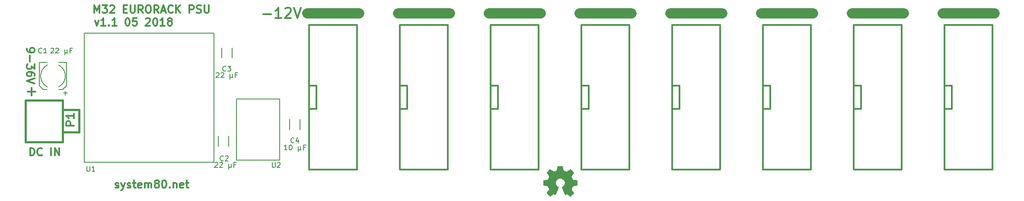
<source format=gto>
G04 #@! TF.FileFunction,Legend,Top*
%FSLAX46Y46*%
G04 Gerber Fmt 4.6, Leading zero omitted, Abs format (unit mm)*
G04 Created by KiCad (PCBNEW 4.0.2-stable) date 2018-05-22 5:26:57 PM*
%MOMM*%
G01*
G04 APERTURE LIST*
%ADD10C,0.200000*%
%ADD11C,0.300000*%
%ADD12C,2.000000*%
%ADD13C,0.150000*%
%ADD14C,0.304800*%
%ADD15C,0.299720*%
%ADD16C,0.381000*%
%ADD17C,0.010000*%
%ADD18C,3.402000*%
%ADD19R,1.700000X3.100000*%
%ADD20R,1.700000X1.100000*%
%ADD21C,2.640000*%
%ADD22C,1.500000*%
%ADD23O,2.100000X1.600000*%
%ADD24R,2.100000X1.600000*%
%ADD25O,3.600000X2.600000*%
%ADD26R,3.600000X2.600000*%
G04 APERTURE END LIST*
D10*
D11*
X39071429Y-86964286D02*
X39071429Y-87250001D01*
X39142857Y-87392858D01*
X39214286Y-87464286D01*
X39428571Y-87607144D01*
X39714286Y-87678572D01*
X40285714Y-87678572D01*
X40428571Y-87607144D01*
X40500000Y-87535715D01*
X40571429Y-87392858D01*
X40571429Y-87107144D01*
X40500000Y-86964286D01*
X40428571Y-86892858D01*
X40285714Y-86821429D01*
X39928571Y-86821429D01*
X39785714Y-86892858D01*
X39714286Y-86964286D01*
X39642857Y-87107144D01*
X39642857Y-87392858D01*
X39714286Y-87535715D01*
X39785714Y-87607144D01*
X39928571Y-87678572D01*
X39642857Y-88321429D02*
X39642857Y-89464286D01*
X40571429Y-90035715D02*
X40571429Y-90964286D01*
X40000000Y-90464286D01*
X40000000Y-90678572D01*
X39928571Y-90821429D01*
X39857143Y-90892858D01*
X39714286Y-90964286D01*
X39357143Y-90964286D01*
X39214286Y-90892858D01*
X39142857Y-90821429D01*
X39071429Y-90678572D01*
X39071429Y-90250000D01*
X39142857Y-90107143D01*
X39214286Y-90035715D01*
X40571429Y-92250000D02*
X40571429Y-91964286D01*
X40500000Y-91821429D01*
X40428571Y-91750000D01*
X40214286Y-91607143D01*
X39928571Y-91535714D01*
X39357143Y-91535714D01*
X39214286Y-91607143D01*
X39142857Y-91678571D01*
X39071429Y-91821429D01*
X39071429Y-92107143D01*
X39142857Y-92250000D01*
X39214286Y-92321429D01*
X39357143Y-92392857D01*
X39714286Y-92392857D01*
X39857143Y-92321429D01*
X39928571Y-92250000D01*
X40000000Y-92107143D01*
X40000000Y-91821429D01*
X39928571Y-91678571D01*
X39857143Y-91607143D01*
X39714286Y-91535714D01*
X40571429Y-92821428D02*
X39071429Y-93321428D01*
X40571429Y-93821428D01*
X52285715Y-79928571D02*
X52285715Y-78428571D01*
X52785715Y-79500000D01*
X53285715Y-78428571D01*
X53285715Y-79928571D01*
X53857144Y-78428571D02*
X54785715Y-78428571D01*
X54285715Y-79000000D01*
X54500001Y-79000000D01*
X54642858Y-79071429D01*
X54714287Y-79142857D01*
X54785715Y-79285714D01*
X54785715Y-79642857D01*
X54714287Y-79785714D01*
X54642858Y-79857143D01*
X54500001Y-79928571D01*
X54071429Y-79928571D01*
X53928572Y-79857143D01*
X53857144Y-79785714D01*
X55357143Y-78571429D02*
X55428572Y-78500000D01*
X55571429Y-78428571D01*
X55928572Y-78428571D01*
X56071429Y-78500000D01*
X56142858Y-78571429D01*
X56214286Y-78714286D01*
X56214286Y-78857143D01*
X56142858Y-79071429D01*
X55285715Y-79928571D01*
X56214286Y-79928571D01*
X58000000Y-79142857D02*
X58500000Y-79142857D01*
X58714286Y-79928571D02*
X58000000Y-79928571D01*
X58000000Y-78428571D01*
X58714286Y-78428571D01*
X59357143Y-78428571D02*
X59357143Y-79642857D01*
X59428571Y-79785714D01*
X59500000Y-79857143D01*
X59642857Y-79928571D01*
X59928571Y-79928571D01*
X60071429Y-79857143D01*
X60142857Y-79785714D01*
X60214286Y-79642857D01*
X60214286Y-78428571D01*
X61785715Y-79928571D02*
X61285715Y-79214286D01*
X60928572Y-79928571D02*
X60928572Y-78428571D01*
X61500000Y-78428571D01*
X61642858Y-78500000D01*
X61714286Y-78571429D01*
X61785715Y-78714286D01*
X61785715Y-78928571D01*
X61714286Y-79071429D01*
X61642858Y-79142857D01*
X61500000Y-79214286D01*
X60928572Y-79214286D01*
X62714286Y-78428571D02*
X63000000Y-78428571D01*
X63142858Y-78500000D01*
X63285715Y-78642857D01*
X63357143Y-78928571D01*
X63357143Y-79428571D01*
X63285715Y-79714286D01*
X63142858Y-79857143D01*
X63000000Y-79928571D01*
X62714286Y-79928571D01*
X62571429Y-79857143D01*
X62428572Y-79714286D01*
X62357143Y-79428571D01*
X62357143Y-78928571D01*
X62428572Y-78642857D01*
X62571429Y-78500000D01*
X62714286Y-78428571D01*
X64857144Y-79928571D02*
X64357144Y-79214286D01*
X64000001Y-79928571D02*
X64000001Y-78428571D01*
X64571429Y-78428571D01*
X64714287Y-78500000D01*
X64785715Y-78571429D01*
X64857144Y-78714286D01*
X64857144Y-78928571D01*
X64785715Y-79071429D01*
X64714287Y-79142857D01*
X64571429Y-79214286D01*
X64000001Y-79214286D01*
X65428572Y-79500000D02*
X66142858Y-79500000D01*
X65285715Y-79928571D02*
X65785715Y-78428571D01*
X66285715Y-79928571D01*
X67642858Y-79785714D02*
X67571429Y-79857143D01*
X67357143Y-79928571D01*
X67214286Y-79928571D01*
X67000001Y-79857143D01*
X66857143Y-79714286D01*
X66785715Y-79571429D01*
X66714286Y-79285714D01*
X66714286Y-79071429D01*
X66785715Y-78785714D01*
X66857143Y-78642857D01*
X67000001Y-78500000D01*
X67214286Y-78428571D01*
X67357143Y-78428571D01*
X67571429Y-78500000D01*
X67642858Y-78571429D01*
X68285715Y-79928571D02*
X68285715Y-78428571D01*
X69142858Y-79928571D02*
X68500001Y-79071429D01*
X69142858Y-78428571D02*
X68285715Y-79285714D01*
X70928572Y-79928571D02*
X70928572Y-78428571D01*
X71500000Y-78428571D01*
X71642858Y-78500000D01*
X71714286Y-78571429D01*
X71785715Y-78714286D01*
X71785715Y-78928571D01*
X71714286Y-79071429D01*
X71642858Y-79142857D01*
X71500000Y-79214286D01*
X70928572Y-79214286D01*
X72357143Y-79857143D02*
X72571429Y-79928571D01*
X72928572Y-79928571D01*
X73071429Y-79857143D01*
X73142858Y-79785714D01*
X73214286Y-79642857D01*
X73214286Y-79500000D01*
X73142858Y-79357143D01*
X73071429Y-79285714D01*
X72928572Y-79214286D01*
X72642858Y-79142857D01*
X72500000Y-79071429D01*
X72428572Y-79000000D01*
X72357143Y-78857143D01*
X72357143Y-78714286D01*
X72428572Y-78571429D01*
X72500000Y-78500000D01*
X72642858Y-78428571D01*
X73000000Y-78428571D01*
X73214286Y-78500000D01*
X73857143Y-78428571D02*
X73857143Y-79642857D01*
X73928571Y-79785714D01*
X74000000Y-79857143D01*
X74142857Y-79928571D01*
X74428571Y-79928571D01*
X74571429Y-79857143D01*
X74642857Y-79785714D01*
X74714286Y-79642857D01*
X74714286Y-78428571D01*
X52428574Y-81428571D02*
X52785717Y-82428571D01*
X53142859Y-81428571D01*
X54500002Y-82428571D02*
X53642859Y-82428571D01*
X54071431Y-82428571D02*
X54071431Y-80928571D01*
X53928574Y-81142857D01*
X53785716Y-81285714D01*
X53642859Y-81357143D01*
X55142859Y-82285714D02*
X55214287Y-82357143D01*
X55142859Y-82428571D01*
X55071430Y-82357143D01*
X55142859Y-82285714D01*
X55142859Y-82428571D01*
X56642859Y-82428571D02*
X55785716Y-82428571D01*
X56214288Y-82428571D02*
X56214288Y-80928571D01*
X56071431Y-81142857D01*
X55928573Y-81285714D01*
X55785716Y-81357143D01*
X58714287Y-80928571D02*
X58857144Y-80928571D01*
X59000001Y-81000000D01*
X59071430Y-81071429D01*
X59142859Y-81214286D01*
X59214287Y-81500000D01*
X59214287Y-81857143D01*
X59142859Y-82142857D01*
X59071430Y-82285714D01*
X59000001Y-82357143D01*
X58857144Y-82428571D01*
X58714287Y-82428571D01*
X58571430Y-82357143D01*
X58500001Y-82285714D01*
X58428573Y-82142857D01*
X58357144Y-81857143D01*
X58357144Y-81500000D01*
X58428573Y-81214286D01*
X58500001Y-81071429D01*
X58571430Y-81000000D01*
X58714287Y-80928571D01*
X60571430Y-80928571D02*
X59857144Y-80928571D01*
X59785715Y-81642857D01*
X59857144Y-81571429D01*
X60000001Y-81500000D01*
X60357144Y-81500000D01*
X60500001Y-81571429D01*
X60571430Y-81642857D01*
X60642858Y-81785714D01*
X60642858Y-82142857D01*
X60571430Y-82285714D01*
X60500001Y-82357143D01*
X60357144Y-82428571D01*
X60000001Y-82428571D01*
X59857144Y-82357143D01*
X59785715Y-82285714D01*
X62357143Y-81071429D02*
X62428572Y-81000000D01*
X62571429Y-80928571D01*
X62928572Y-80928571D01*
X63071429Y-81000000D01*
X63142858Y-81071429D01*
X63214286Y-81214286D01*
X63214286Y-81357143D01*
X63142858Y-81571429D01*
X62285715Y-82428571D01*
X63214286Y-82428571D01*
X64142857Y-80928571D02*
X64285714Y-80928571D01*
X64428571Y-81000000D01*
X64500000Y-81071429D01*
X64571429Y-81214286D01*
X64642857Y-81500000D01*
X64642857Y-81857143D01*
X64571429Y-82142857D01*
X64500000Y-82285714D01*
X64428571Y-82357143D01*
X64285714Y-82428571D01*
X64142857Y-82428571D01*
X64000000Y-82357143D01*
X63928571Y-82285714D01*
X63857143Y-82142857D01*
X63785714Y-81857143D01*
X63785714Y-81500000D01*
X63857143Y-81214286D01*
X63928571Y-81071429D01*
X64000000Y-81000000D01*
X64142857Y-80928571D01*
X66071428Y-82428571D02*
X65214285Y-82428571D01*
X65642857Y-82428571D02*
X65642857Y-80928571D01*
X65500000Y-81142857D01*
X65357142Y-81285714D01*
X65214285Y-81357143D01*
X66928571Y-81571429D02*
X66785713Y-81500000D01*
X66714285Y-81428571D01*
X66642856Y-81285714D01*
X66642856Y-81214286D01*
X66714285Y-81071429D01*
X66785713Y-81000000D01*
X66928571Y-80928571D01*
X67214285Y-80928571D01*
X67357142Y-81000000D01*
X67428571Y-81071429D01*
X67499999Y-81214286D01*
X67499999Y-81285714D01*
X67428571Y-81428571D01*
X67357142Y-81500000D01*
X67214285Y-81571429D01*
X66928571Y-81571429D01*
X66785713Y-81642857D01*
X66714285Y-81714286D01*
X66642856Y-81857143D01*
X66642856Y-82142857D01*
X66714285Y-82285714D01*
X66785713Y-82357143D01*
X66928571Y-82428571D01*
X67214285Y-82428571D01*
X67357142Y-82357143D01*
X67428571Y-82285714D01*
X67499999Y-82142857D01*
X67499999Y-81857143D01*
X67428571Y-81714286D01*
X67357142Y-81642857D01*
X67214285Y-81571429D01*
X56392857Y-114272143D02*
X56535714Y-114343571D01*
X56821429Y-114343571D01*
X56964286Y-114272143D01*
X57035714Y-114129286D01*
X57035714Y-114057857D01*
X56964286Y-113915000D01*
X56821429Y-113843571D01*
X56607143Y-113843571D01*
X56464286Y-113772143D01*
X56392857Y-113629286D01*
X56392857Y-113557857D01*
X56464286Y-113415000D01*
X56607143Y-113343571D01*
X56821429Y-113343571D01*
X56964286Y-113415000D01*
X57535715Y-113343571D02*
X57892858Y-114343571D01*
X58250000Y-113343571D02*
X57892858Y-114343571D01*
X57750000Y-114700714D01*
X57678572Y-114772143D01*
X57535715Y-114843571D01*
X58750000Y-114272143D02*
X58892857Y-114343571D01*
X59178572Y-114343571D01*
X59321429Y-114272143D01*
X59392857Y-114129286D01*
X59392857Y-114057857D01*
X59321429Y-113915000D01*
X59178572Y-113843571D01*
X58964286Y-113843571D01*
X58821429Y-113772143D01*
X58750000Y-113629286D01*
X58750000Y-113557857D01*
X58821429Y-113415000D01*
X58964286Y-113343571D01*
X59178572Y-113343571D01*
X59321429Y-113415000D01*
X59821429Y-113343571D02*
X60392858Y-113343571D01*
X60035715Y-112843571D02*
X60035715Y-114129286D01*
X60107143Y-114272143D01*
X60250001Y-114343571D01*
X60392858Y-114343571D01*
X61464286Y-114272143D02*
X61321429Y-114343571D01*
X61035715Y-114343571D01*
X60892858Y-114272143D01*
X60821429Y-114129286D01*
X60821429Y-113557857D01*
X60892858Y-113415000D01*
X61035715Y-113343571D01*
X61321429Y-113343571D01*
X61464286Y-113415000D01*
X61535715Y-113557857D01*
X61535715Y-113700714D01*
X60821429Y-113843571D01*
X62178572Y-114343571D02*
X62178572Y-113343571D01*
X62178572Y-113486429D02*
X62250000Y-113415000D01*
X62392858Y-113343571D01*
X62607143Y-113343571D01*
X62750000Y-113415000D01*
X62821429Y-113557857D01*
X62821429Y-114343571D01*
X62821429Y-113557857D02*
X62892858Y-113415000D01*
X63035715Y-113343571D01*
X63250000Y-113343571D01*
X63392858Y-113415000D01*
X63464286Y-113557857D01*
X63464286Y-114343571D01*
X64392858Y-113486429D02*
X64250000Y-113415000D01*
X64178572Y-113343571D01*
X64107143Y-113200714D01*
X64107143Y-113129286D01*
X64178572Y-112986429D01*
X64250000Y-112915000D01*
X64392858Y-112843571D01*
X64678572Y-112843571D01*
X64821429Y-112915000D01*
X64892858Y-112986429D01*
X64964286Y-113129286D01*
X64964286Y-113200714D01*
X64892858Y-113343571D01*
X64821429Y-113415000D01*
X64678572Y-113486429D01*
X64392858Y-113486429D01*
X64250000Y-113557857D01*
X64178572Y-113629286D01*
X64107143Y-113772143D01*
X64107143Y-114057857D01*
X64178572Y-114200714D01*
X64250000Y-114272143D01*
X64392858Y-114343571D01*
X64678572Y-114343571D01*
X64821429Y-114272143D01*
X64892858Y-114200714D01*
X64964286Y-114057857D01*
X64964286Y-113772143D01*
X64892858Y-113629286D01*
X64821429Y-113557857D01*
X64678572Y-113486429D01*
X65892857Y-112843571D02*
X66035714Y-112843571D01*
X66178571Y-112915000D01*
X66250000Y-112986429D01*
X66321429Y-113129286D01*
X66392857Y-113415000D01*
X66392857Y-113772143D01*
X66321429Y-114057857D01*
X66250000Y-114200714D01*
X66178571Y-114272143D01*
X66035714Y-114343571D01*
X65892857Y-114343571D01*
X65750000Y-114272143D01*
X65678571Y-114200714D01*
X65607143Y-114057857D01*
X65535714Y-113772143D01*
X65535714Y-113415000D01*
X65607143Y-113129286D01*
X65678571Y-112986429D01*
X65750000Y-112915000D01*
X65892857Y-112843571D01*
X67035714Y-114200714D02*
X67107142Y-114272143D01*
X67035714Y-114343571D01*
X66964285Y-114272143D01*
X67035714Y-114200714D01*
X67035714Y-114343571D01*
X67750000Y-113343571D02*
X67750000Y-114343571D01*
X67750000Y-113486429D02*
X67821428Y-113415000D01*
X67964286Y-113343571D01*
X68178571Y-113343571D01*
X68321428Y-113415000D01*
X68392857Y-113557857D01*
X68392857Y-114343571D01*
X69678571Y-114272143D02*
X69535714Y-114343571D01*
X69250000Y-114343571D01*
X69107143Y-114272143D01*
X69035714Y-114129286D01*
X69035714Y-113557857D01*
X69107143Y-113415000D01*
X69250000Y-113343571D01*
X69535714Y-113343571D01*
X69678571Y-113415000D01*
X69750000Y-113557857D01*
X69750000Y-113700714D01*
X69035714Y-113843571D01*
X70178571Y-113343571D02*
X70750000Y-113343571D01*
X70392857Y-112843571D02*
X70392857Y-114129286D01*
X70464285Y-114272143D01*
X70607143Y-114343571D01*
X70750000Y-114343571D01*
X39687857Y-107993571D02*
X39687857Y-106493571D01*
X40045000Y-106493571D01*
X40259285Y-106565000D01*
X40402143Y-106707857D01*
X40473571Y-106850714D01*
X40545000Y-107136429D01*
X40545000Y-107350714D01*
X40473571Y-107636429D01*
X40402143Y-107779286D01*
X40259285Y-107922143D01*
X40045000Y-107993571D01*
X39687857Y-107993571D01*
X42045000Y-107850714D02*
X41973571Y-107922143D01*
X41759285Y-107993571D01*
X41616428Y-107993571D01*
X41402143Y-107922143D01*
X41259285Y-107779286D01*
X41187857Y-107636429D01*
X41116428Y-107350714D01*
X41116428Y-107136429D01*
X41187857Y-106850714D01*
X41259285Y-106707857D01*
X41402143Y-106565000D01*
X41616428Y-106493571D01*
X41759285Y-106493571D01*
X41973571Y-106565000D01*
X42045000Y-106636429D01*
X43830714Y-107993571D02*
X43830714Y-106493571D01*
X44545000Y-107993571D02*
X44545000Y-106493571D01*
X45402143Y-107993571D01*
X45402143Y-106493571D01*
X39243095Y-95392857D02*
X40766905Y-95392857D01*
X40005000Y-96154762D02*
X40005000Y-94630952D01*
X85376190Y-80152857D02*
X86900000Y-80152857D01*
X88900000Y-80914762D02*
X87757142Y-80914762D01*
X88328571Y-80914762D02*
X88328571Y-78914762D01*
X88138095Y-79200476D01*
X87947619Y-79390952D01*
X87757142Y-79486190D01*
X89661904Y-79105238D02*
X89757142Y-79010000D01*
X89947619Y-78914762D01*
X90423809Y-78914762D01*
X90614285Y-79010000D01*
X90709523Y-79105238D01*
X90804762Y-79295714D01*
X90804762Y-79486190D01*
X90709523Y-79771905D01*
X89566666Y-80914762D01*
X90804762Y-80914762D01*
X91376190Y-78914762D02*
X92042857Y-80914762D01*
X92709524Y-78914762D01*
D12*
X218440000Y-80010000D02*
X228600000Y-80010000D01*
X200660000Y-80010000D02*
X210820000Y-80010000D01*
X182880000Y-80010000D02*
X193040000Y-80010000D01*
X165100000Y-80010000D02*
X175260000Y-80010000D01*
X147320000Y-80010000D02*
X157480000Y-80010000D01*
X129540000Y-80010000D02*
X139700000Y-80010000D01*
X111760000Y-80010000D02*
X121920000Y-80010000D01*
X93980000Y-80010000D02*
X104140000Y-80010000D01*
D13*
X45288567Y-94475113D02*
G75*
G03X45288200Y-90182700I-1092567J2146113D01*
G01*
X43052348Y-90183047D02*
G75*
G03X43053000Y-94475300I1143652J-2145953D01*
G01*
X41503600Y-89662000D02*
X43053000Y-89662000D01*
X46837600Y-89662000D02*
X45288200Y-89662000D01*
X46075600Y-94996000D02*
X45288200Y-94996000D01*
X42265600Y-94996000D02*
X43053000Y-94996000D01*
X41503600Y-89662000D02*
X41503600Y-94234000D01*
X41503600Y-94234000D02*
X42265600Y-94996000D01*
X46075600Y-94996000D02*
X46837600Y-94234000D01*
X46837600Y-94234000D02*
X46837600Y-89662000D01*
X76572000Y-104156000D02*
X76572000Y-106156000D01*
X78622000Y-106156000D02*
X78622000Y-104156000D01*
X77207000Y-86757000D02*
X77207000Y-88757000D01*
X79257000Y-88757000D02*
X79257000Y-86757000D01*
X92592000Y-102854000D02*
X92592000Y-100854000D01*
X90542000Y-100854000D02*
X90542000Y-102854000D01*
X50292000Y-83947000D02*
X75692000Y-83947000D01*
X75692000Y-83947000D02*
X75692000Y-109347000D01*
X75692000Y-109347000D02*
X50292000Y-109347000D01*
X50292000Y-109347000D02*
X50292000Y-83947000D01*
X88614000Y-102870000D02*
X88614000Y-108870000D01*
X88614000Y-108870000D02*
X80114000Y-108870000D01*
X80114000Y-108870000D02*
X80114000Y-96870000D01*
X80114000Y-96870000D02*
X88614000Y-96870000D01*
X88614000Y-96870000D02*
X88614000Y-102870000D01*
D14*
X129920000Y-82320000D02*
X129920000Y-110720000D01*
X139320000Y-110720000D02*
X139320000Y-82320000D01*
X139320000Y-82320000D02*
X129920000Y-82320000D01*
X139320000Y-110720000D02*
X129920000Y-110720000D01*
D15*
X129920000Y-98820000D02*
X131320000Y-98820000D01*
X131320000Y-98820000D02*
X131320000Y-94220000D01*
X131320000Y-94220000D02*
X129920000Y-94220000D01*
D14*
X112140000Y-82320000D02*
X112140000Y-110720000D01*
X121540000Y-110720000D02*
X121540000Y-82320000D01*
X121540000Y-82320000D02*
X112140000Y-82320000D01*
X121540000Y-110720000D02*
X112140000Y-110720000D01*
D15*
X112140000Y-98820000D02*
X113540000Y-98820000D01*
X113540000Y-98820000D02*
X113540000Y-94220000D01*
X113540000Y-94220000D02*
X112140000Y-94220000D01*
D14*
X147700000Y-82320000D02*
X147700000Y-110720000D01*
X157100000Y-110720000D02*
X157100000Y-82320000D01*
X157100000Y-82320000D02*
X147700000Y-82320000D01*
X157100000Y-110720000D02*
X147700000Y-110720000D01*
D15*
X147700000Y-98820000D02*
X149100000Y-98820000D01*
X149100000Y-98820000D02*
X149100000Y-94220000D01*
X149100000Y-94220000D02*
X147700000Y-94220000D01*
D14*
X165480000Y-82320000D02*
X165480000Y-110720000D01*
X174880000Y-110720000D02*
X174880000Y-82320000D01*
X174880000Y-82320000D02*
X165480000Y-82320000D01*
X174880000Y-110720000D02*
X165480000Y-110720000D01*
D15*
X165480000Y-98820000D02*
X166880000Y-98820000D01*
X166880000Y-98820000D02*
X166880000Y-94220000D01*
X166880000Y-94220000D02*
X165480000Y-94220000D01*
D14*
X183260000Y-82320000D02*
X183260000Y-110720000D01*
X192660000Y-110720000D02*
X192660000Y-82320000D01*
X192660000Y-82320000D02*
X183260000Y-82320000D01*
X192660000Y-110720000D02*
X183260000Y-110720000D01*
D15*
X183260000Y-98820000D02*
X184660000Y-98820000D01*
X184660000Y-98820000D02*
X184660000Y-94220000D01*
X184660000Y-94220000D02*
X183260000Y-94220000D01*
D14*
X218820000Y-82320000D02*
X218820000Y-110720000D01*
X228220000Y-110720000D02*
X228220000Y-82320000D01*
X228220000Y-82320000D02*
X218820000Y-82320000D01*
X228220000Y-110720000D02*
X218820000Y-110720000D01*
D15*
X218820000Y-98820000D02*
X220220000Y-98820000D01*
X220220000Y-98820000D02*
X220220000Y-94220000D01*
X220220000Y-94220000D02*
X218820000Y-94220000D01*
D14*
X201040000Y-82320000D02*
X201040000Y-110720000D01*
X210440000Y-110720000D02*
X210440000Y-82320000D01*
X210440000Y-82320000D02*
X201040000Y-82320000D01*
X210440000Y-110720000D02*
X201040000Y-110720000D01*
D15*
X201040000Y-98820000D02*
X202440000Y-98820000D01*
X202440000Y-98820000D02*
X202440000Y-94220000D01*
X202440000Y-94220000D02*
X201040000Y-94220000D01*
D14*
X94360000Y-82320000D02*
X94360000Y-110720000D01*
X103760000Y-110720000D02*
X103760000Y-82320000D01*
X103760000Y-82320000D02*
X94360000Y-82320000D01*
X103760000Y-110720000D02*
X94360000Y-110720000D01*
D15*
X94360000Y-98820000D02*
X95760000Y-98820000D01*
X95760000Y-98820000D02*
X95760000Y-94220000D01*
X95760000Y-94220000D02*
X94360000Y-94220000D01*
D16*
X46069000Y-99019000D02*
X49269000Y-99019000D01*
X49269000Y-99019000D02*
X49269000Y-103419000D01*
X49269000Y-103419000D02*
X46069000Y-103419000D01*
X38769000Y-97119000D02*
X38769000Y-105319000D01*
X46069000Y-97119000D02*
X46069000Y-105319000D01*
X46069000Y-105319000D02*
X38769000Y-105319000D01*
X38769000Y-97119000D02*
X46069000Y-97119000D01*
D17*
G36*
X144065814Y-110498931D02*
X144149635Y-110943555D01*
X144458920Y-111071053D01*
X144768206Y-111198551D01*
X145139246Y-110946246D01*
X145243157Y-110875996D01*
X145337087Y-110813272D01*
X145416652Y-110760938D01*
X145477470Y-110721857D01*
X145515157Y-110698893D01*
X145525421Y-110693942D01*
X145543910Y-110706676D01*
X145583420Y-110741882D01*
X145639522Y-110795062D01*
X145707787Y-110861718D01*
X145783786Y-110937354D01*
X145863092Y-111017472D01*
X145941275Y-111097574D01*
X146013907Y-111173164D01*
X146076559Y-111239745D01*
X146124803Y-111292818D01*
X146154210Y-111327887D01*
X146161241Y-111339623D01*
X146151123Y-111361260D01*
X146122759Y-111408662D01*
X146079129Y-111477193D01*
X146023218Y-111562215D01*
X145958006Y-111659093D01*
X145920219Y-111714350D01*
X145851343Y-111815248D01*
X145790140Y-111906299D01*
X145739578Y-111982970D01*
X145702628Y-112040728D01*
X145682258Y-112075043D01*
X145679197Y-112082254D01*
X145686136Y-112102748D01*
X145705051Y-112150513D01*
X145733087Y-112218832D01*
X145767391Y-112300989D01*
X145805109Y-112390270D01*
X145843387Y-112479958D01*
X145879370Y-112563338D01*
X145910206Y-112633694D01*
X145933039Y-112684310D01*
X145945017Y-112708471D01*
X145945724Y-112709422D01*
X145964531Y-112714036D01*
X146014618Y-112724328D01*
X146090793Y-112739287D01*
X146187865Y-112757901D01*
X146300643Y-112779159D01*
X146366442Y-112791418D01*
X146486950Y-112814362D01*
X146595797Y-112836195D01*
X146687476Y-112855722D01*
X146756481Y-112871748D01*
X146797304Y-112883079D01*
X146805511Y-112886674D01*
X146813548Y-112911006D01*
X146820033Y-112965959D01*
X146824970Y-113045108D01*
X146828364Y-113142026D01*
X146830218Y-113250287D01*
X146830538Y-113363465D01*
X146829327Y-113475135D01*
X146826590Y-113578868D01*
X146822331Y-113668241D01*
X146816555Y-113736826D01*
X146809267Y-113778197D01*
X146804895Y-113786810D01*
X146778764Y-113797133D01*
X146723393Y-113811892D01*
X146646107Y-113829352D01*
X146554230Y-113847780D01*
X146522158Y-113853741D01*
X146367524Y-113882066D01*
X146245375Y-113904876D01*
X146151673Y-113923080D01*
X146082384Y-113937583D01*
X146033471Y-113949292D01*
X146000897Y-113959115D01*
X145980628Y-113967956D01*
X145968626Y-113976724D01*
X145966947Y-113978457D01*
X145950184Y-114006371D01*
X145924614Y-114060695D01*
X145892788Y-114134777D01*
X145857260Y-114221965D01*
X145820583Y-114315608D01*
X145785311Y-114409052D01*
X145753996Y-114495647D01*
X145729193Y-114568740D01*
X145713454Y-114621678D01*
X145709332Y-114647811D01*
X145709676Y-114648726D01*
X145723641Y-114670086D01*
X145755322Y-114717084D01*
X145801391Y-114784827D01*
X145858518Y-114868423D01*
X145923373Y-114962982D01*
X145941843Y-114989854D01*
X146007699Y-115087275D01*
X146065650Y-115176163D01*
X146112538Y-115251412D01*
X146145207Y-115307920D01*
X146160500Y-115340581D01*
X146161241Y-115344593D01*
X146148392Y-115365684D01*
X146112888Y-115407464D01*
X146059293Y-115465445D01*
X145992171Y-115535135D01*
X145916087Y-115612045D01*
X145835604Y-115691683D01*
X145755287Y-115769561D01*
X145679699Y-115841186D01*
X145613405Y-115902070D01*
X145560969Y-115947721D01*
X145526955Y-115973650D01*
X145517545Y-115977883D01*
X145495643Y-115967912D01*
X145450800Y-115941020D01*
X145390321Y-115901736D01*
X145343789Y-115870117D01*
X145259475Y-115812098D01*
X145159626Y-115743784D01*
X145059473Y-115675579D01*
X145005627Y-115639075D01*
X144823371Y-115515800D01*
X144670381Y-115598520D01*
X144600682Y-115634759D01*
X144541414Y-115662926D01*
X144501311Y-115678991D01*
X144491103Y-115681226D01*
X144478829Y-115664722D01*
X144454613Y-115618082D01*
X144420263Y-115545609D01*
X144377588Y-115451606D01*
X144328394Y-115340374D01*
X144274490Y-115216215D01*
X144217684Y-115083432D01*
X144159782Y-114946327D01*
X144102593Y-114809202D01*
X144047924Y-114676358D01*
X143997584Y-114552098D01*
X143953380Y-114440725D01*
X143917119Y-114346539D01*
X143890609Y-114273844D01*
X143875658Y-114226941D01*
X143873254Y-114210833D01*
X143892311Y-114190286D01*
X143934036Y-114156933D01*
X143989706Y-114117702D01*
X143994378Y-114114599D01*
X144138264Y-113999423D01*
X144254283Y-113865053D01*
X144341430Y-113715784D01*
X144398699Y-113555913D01*
X144425086Y-113389737D01*
X144419585Y-113221552D01*
X144381190Y-113055655D01*
X144308895Y-112896342D01*
X144287626Y-112861487D01*
X144176996Y-112720737D01*
X144046302Y-112607714D01*
X143900064Y-112523003D01*
X143742808Y-112467194D01*
X143579057Y-112440874D01*
X143413333Y-112444630D01*
X143250162Y-112479050D01*
X143094065Y-112544723D01*
X142949567Y-112642235D01*
X142904869Y-112681813D01*
X142791112Y-112805703D01*
X142708218Y-112936124D01*
X142651356Y-113082315D01*
X142619687Y-113227088D01*
X142611869Y-113389860D01*
X142637938Y-113553440D01*
X142695245Y-113712298D01*
X142781144Y-113860906D01*
X142892986Y-113993735D01*
X143028123Y-114105256D01*
X143045883Y-114117011D01*
X143102150Y-114155508D01*
X143144923Y-114188863D01*
X143165372Y-114210160D01*
X143165669Y-114210833D01*
X143161279Y-114233871D01*
X143143876Y-114286157D01*
X143115268Y-114363390D01*
X143077265Y-114461268D01*
X143031674Y-114575491D01*
X142980303Y-114701758D01*
X142924962Y-114835767D01*
X142867458Y-114973218D01*
X142809601Y-115109808D01*
X142753198Y-115241237D01*
X142700058Y-115363205D01*
X142651990Y-115471409D01*
X142610801Y-115561549D01*
X142578301Y-115629323D01*
X142556297Y-115670430D01*
X142547436Y-115681226D01*
X142520360Y-115672819D01*
X142469697Y-115650272D01*
X142404183Y-115617613D01*
X142368159Y-115598520D01*
X142215168Y-115515800D01*
X142032912Y-115639075D01*
X141939875Y-115702228D01*
X141838015Y-115771727D01*
X141742562Y-115837165D01*
X141694750Y-115870117D01*
X141627505Y-115915273D01*
X141570564Y-115951057D01*
X141531354Y-115972938D01*
X141518619Y-115977563D01*
X141500083Y-115965085D01*
X141459059Y-115930252D01*
X141399525Y-115876678D01*
X141325458Y-115807983D01*
X141240835Y-115727781D01*
X141187315Y-115676286D01*
X141093681Y-115584286D01*
X141012759Y-115501999D01*
X140947823Y-115432945D01*
X140902142Y-115380644D01*
X140878989Y-115348616D01*
X140876768Y-115342116D01*
X140887076Y-115317394D01*
X140915561Y-115267405D01*
X140959063Y-115197212D01*
X141014423Y-115111875D01*
X141078480Y-115016456D01*
X141096697Y-114989854D01*
X141163073Y-114893167D01*
X141222622Y-114806117D01*
X141272016Y-114733595D01*
X141307925Y-114680493D01*
X141327019Y-114651703D01*
X141328864Y-114648726D01*
X141326105Y-114625782D01*
X141311462Y-114575336D01*
X141287487Y-114504041D01*
X141256734Y-114418547D01*
X141221756Y-114325507D01*
X141185107Y-114231574D01*
X141149339Y-114143399D01*
X141117006Y-114067634D01*
X141090662Y-114010931D01*
X141072858Y-113979943D01*
X141071593Y-113978457D01*
X141060706Y-113969601D01*
X141042318Y-113960843D01*
X141012394Y-113951277D01*
X140966897Y-113939996D01*
X140901791Y-113926093D01*
X140813039Y-113908663D01*
X140696607Y-113886798D01*
X140548458Y-113859591D01*
X140516382Y-113853741D01*
X140421314Y-113835374D01*
X140338435Y-113817405D01*
X140275070Y-113801569D01*
X140238542Y-113789600D01*
X140233644Y-113786810D01*
X140225573Y-113762072D01*
X140219013Y-113706790D01*
X140213967Y-113627389D01*
X140210441Y-113530296D01*
X140208439Y-113421938D01*
X140207964Y-113308740D01*
X140209023Y-113197128D01*
X140211618Y-113093529D01*
X140215754Y-113004368D01*
X140221437Y-112936072D01*
X140228669Y-112895066D01*
X140233029Y-112886674D01*
X140257302Y-112878208D01*
X140312574Y-112864435D01*
X140393338Y-112846550D01*
X140494088Y-112825748D01*
X140609317Y-112803223D01*
X140672098Y-112791418D01*
X140791213Y-112769151D01*
X140897435Y-112748979D01*
X140985573Y-112731915D01*
X141050434Y-112718969D01*
X141086826Y-112711155D01*
X141092816Y-112709422D01*
X141102939Y-112689890D01*
X141124338Y-112642843D01*
X141154161Y-112575003D01*
X141189555Y-112493091D01*
X141227668Y-112403828D01*
X141265647Y-112313935D01*
X141300640Y-112230135D01*
X141329794Y-112159147D01*
X141350257Y-112107694D01*
X141359177Y-112082497D01*
X141359343Y-112081396D01*
X141349231Y-112061519D01*
X141320883Y-112015777D01*
X141277277Y-111948717D01*
X141221394Y-111864884D01*
X141156213Y-111768826D01*
X141118321Y-111713650D01*
X141049275Y-111612481D01*
X140987950Y-111520630D01*
X140937337Y-111442744D01*
X140900429Y-111383469D01*
X140880218Y-111347451D01*
X140877299Y-111339377D01*
X140889847Y-111320584D01*
X140924537Y-111280457D01*
X140976937Y-111223493D01*
X141042616Y-111154185D01*
X141117144Y-111077031D01*
X141196087Y-110996525D01*
X141275017Y-110917163D01*
X141349500Y-110843440D01*
X141415106Y-110779852D01*
X141467404Y-110730894D01*
X141501961Y-110701061D01*
X141513522Y-110693942D01*
X141532346Y-110703953D01*
X141577369Y-110732078D01*
X141644213Y-110775454D01*
X141728501Y-110831218D01*
X141825856Y-110896506D01*
X141899293Y-110946246D01*
X142270333Y-111198551D01*
X142888905Y-110943555D01*
X142972725Y-110498931D01*
X143056546Y-110054307D01*
X143981994Y-110054307D01*
X144065814Y-110498931D01*
X144065814Y-110498931D01*
G37*
X144065814Y-110498931D02*
X144149635Y-110943555D01*
X144458920Y-111071053D01*
X144768206Y-111198551D01*
X145139246Y-110946246D01*
X145243157Y-110875996D01*
X145337087Y-110813272D01*
X145416652Y-110760938D01*
X145477470Y-110721857D01*
X145515157Y-110698893D01*
X145525421Y-110693942D01*
X145543910Y-110706676D01*
X145583420Y-110741882D01*
X145639522Y-110795062D01*
X145707787Y-110861718D01*
X145783786Y-110937354D01*
X145863092Y-111017472D01*
X145941275Y-111097574D01*
X146013907Y-111173164D01*
X146076559Y-111239745D01*
X146124803Y-111292818D01*
X146154210Y-111327887D01*
X146161241Y-111339623D01*
X146151123Y-111361260D01*
X146122759Y-111408662D01*
X146079129Y-111477193D01*
X146023218Y-111562215D01*
X145958006Y-111659093D01*
X145920219Y-111714350D01*
X145851343Y-111815248D01*
X145790140Y-111906299D01*
X145739578Y-111982970D01*
X145702628Y-112040728D01*
X145682258Y-112075043D01*
X145679197Y-112082254D01*
X145686136Y-112102748D01*
X145705051Y-112150513D01*
X145733087Y-112218832D01*
X145767391Y-112300989D01*
X145805109Y-112390270D01*
X145843387Y-112479958D01*
X145879370Y-112563338D01*
X145910206Y-112633694D01*
X145933039Y-112684310D01*
X145945017Y-112708471D01*
X145945724Y-112709422D01*
X145964531Y-112714036D01*
X146014618Y-112724328D01*
X146090793Y-112739287D01*
X146187865Y-112757901D01*
X146300643Y-112779159D01*
X146366442Y-112791418D01*
X146486950Y-112814362D01*
X146595797Y-112836195D01*
X146687476Y-112855722D01*
X146756481Y-112871748D01*
X146797304Y-112883079D01*
X146805511Y-112886674D01*
X146813548Y-112911006D01*
X146820033Y-112965959D01*
X146824970Y-113045108D01*
X146828364Y-113142026D01*
X146830218Y-113250287D01*
X146830538Y-113363465D01*
X146829327Y-113475135D01*
X146826590Y-113578868D01*
X146822331Y-113668241D01*
X146816555Y-113736826D01*
X146809267Y-113778197D01*
X146804895Y-113786810D01*
X146778764Y-113797133D01*
X146723393Y-113811892D01*
X146646107Y-113829352D01*
X146554230Y-113847780D01*
X146522158Y-113853741D01*
X146367524Y-113882066D01*
X146245375Y-113904876D01*
X146151673Y-113923080D01*
X146082384Y-113937583D01*
X146033471Y-113949292D01*
X146000897Y-113959115D01*
X145980628Y-113967956D01*
X145968626Y-113976724D01*
X145966947Y-113978457D01*
X145950184Y-114006371D01*
X145924614Y-114060695D01*
X145892788Y-114134777D01*
X145857260Y-114221965D01*
X145820583Y-114315608D01*
X145785311Y-114409052D01*
X145753996Y-114495647D01*
X145729193Y-114568740D01*
X145713454Y-114621678D01*
X145709332Y-114647811D01*
X145709676Y-114648726D01*
X145723641Y-114670086D01*
X145755322Y-114717084D01*
X145801391Y-114784827D01*
X145858518Y-114868423D01*
X145923373Y-114962982D01*
X145941843Y-114989854D01*
X146007699Y-115087275D01*
X146065650Y-115176163D01*
X146112538Y-115251412D01*
X146145207Y-115307920D01*
X146160500Y-115340581D01*
X146161241Y-115344593D01*
X146148392Y-115365684D01*
X146112888Y-115407464D01*
X146059293Y-115465445D01*
X145992171Y-115535135D01*
X145916087Y-115612045D01*
X145835604Y-115691683D01*
X145755287Y-115769561D01*
X145679699Y-115841186D01*
X145613405Y-115902070D01*
X145560969Y-115947721D01*
X145526955Y-115973650D01*
X145517545Y-115977883D01*
X145495643Y-115967912D01*
X145450800Y-115941020D01*
X145390321Y-115901736D01*
X145343789Y-115870117D01*
X145259475Y-115812098D01*
X145159626Y-115743784D01*
X145059473Y-115675579D01*
X145005627Y-115639075D01*
X144823371Y-115515800D01*
X144670381Y-115598520D01*
X144600682Y-115634759D01*
X144541414Y-115662926D01*
X144501311Y-115678991D01*
X144491103Y-115681226D01*
X144478829Y-115664722D01*
X144454613Y-115618082D01*
X144420263Y-115545609D01*
X144377588Y-115451606D01*
X144328394Y-115340374D01*
X144274490Y-115216215D01*
X144217684Y-115083432D01*
X144159782Y-114946327D01*
X144102593Y-114809202D01*
X144047924Y-114676358D01*
X143997584Y-114552098D01*
X143953380Y-114440725D01*
X143917119Y-114346539D01*
X143890609Y-114273844D01*
X143875658Y-114226941D01*
X143873254Y-114210833D01*
X143892311Y-114190286D01*
X143934036Y-114156933D01*
X143989706Y-114117702D01*
X143994378Y-114114599D01*
X144138264Y-113999423D01*
X144254283Y-113865053D01*
X144341430Y-113715784D01*
X144398699Y-113555913D01*
X144425086Y-113389737D01*
X144419585Y-113221552D01*
X144381190Y-113055655D01*
X144308895Y-112896342D01*
X144287626Y-112861487D01*
X144176996Y-112720737D01*
X144046302Y-112607714D01*
X143900064Y-112523003D01*
X143742808Y-112467194D01*
X143579057Y-112440874D01*
X143413333Y-112444630D01*
X143250162Y-112479050D01*
X143094065Y-112544723D01*
X142949567Y-112642235D01*
X142904869Y-112681813D01*
X142791112Y-112805703D01*
X142708218Y-112936124D01*
X142651356Y-113082315D01*
X142619687Y-113227088D01*
X142611869Y-113389860D01*
X142637938Y-113553440D01*
X142695245Y-113712298D01*
X142781144Y-113860906D01*
X142892986Y-113993735D01*
X143028123Y-114105256D01*
X143045883Y-114117011D01*
X143102150Y-114155508D01*
X143144923Y-114188863D01*
X143165372Y-114210160D01*
X143165669Y-114210833D01*
X143161279Y-114233871D01*
X143143876Y-114286157D01*
X143115268Y-114363390D01*
X143077265Y-114461268D01*
X143031674Y-114575491D01*
X142980303Y-114701758D01*
X142924962Y-114835767D01*
X142867458Y-114973218D01*
X142809601Y-115109808D01*
X142753198Y-115241237D01*
X142700058Y-115363205D01*
X142651990Y-115471409D01*
X142610801Y-115561549D01*
X142578301Y-115629323D01*
X142556297Y-115670430D01*
X142547436Y-115681226D01*
X142520360Y-115672819D01*
X142469697Y-115650272D01*
X142404183Y-115617613D01*
X142368159Y-115598520D01*
X142215168Y-115515800D01*
X142032912Y-115639075D01*
X141939875Y-115702228D01*
X141838015Y-115771727D01*
X141742562Y-115837165D01*
X141694750Y-115870117D01*
X141627505Y-115915273D01*
X141570564Y-115951057D01*
X141531354Y-115972938D01*
X141518619Y-115977563D01*
X141500083Y-115965085D01*
X141459059Y-115930252D01*
X141399525Y-115876678D01*
X141325458Y-115807983D01*
X141240835Y-115727781D01*
X141187315Y-115676286D01*
X141093681Y-115584286D01*
X141012759Y-115501999D01*
X140947823Y-115432945D01*
X140902142Y-115380644D01*
X140878989Y-115348616D01*
X140876768Y-115342116D01*
X140887076Y-115317394D01*
X140915561Y-115267405D01*
X140959063Y-115197212D01*
X141014423Y-115111875D01*
X141078480Y-115016456D01*
X141096697Y-114989854D01*
X141163073Y-114893167D01*
X141222622Y-114806117D01*
X141272016Y-114733595D01*
X141307925Y-114680493D01*
X141327019Y-114651703D01*
X141328864Y-114648726D01*
X141326105Y-114625782D01*
X141311462Y-114575336D01*
X141287487Y-114504041D01*
X141256734Y-114418547D01*
X141221756Y-114325507D01*
X141185107Y-114231574D01*
X141149339Y-114143399D01*
X141117006Y-114067634D01*
X141090662Y-114010931D01*
X141072858Y-113979943D01*
X141071593Y-113978457D01*
X141060706Y-113969601D01*
X141042318Y-113960843D01*
X141012394Y-113951277D01*
X140966897Y-113939996D01*
X140901791Y-113926093D01*
X140813039Y-113908663D01*
X140696607Y-113886798D01*
X140548458Y-113859591D01*
X140516382Y-113853741D01*
X140421314Y-113835374D01*
X140338435Y-113817405D01*
X140275070Y-113801569D01*
X140238542Y-113789600D01*
X140233644Y-113786810D01*
X140225573Y-113762072D01*
X140219013Y-113706790D01*
X140213967Y-113627389D01*
X140210441Y-113530296D01*
X140208439Y-113421938D01*
X140207964Y-113308740D01*
X140209023Y-113197128D01*
X140211618Y-113093529D01*
X140215754Y-113004368D01*
X140221437Y-112936072D01*
X140228669Y-112895066D01*
X140233029Y-112886674D01*
X140257302Y-112878208D01*
X140312574Y-112864435D01*
X140393338Y-112846550D01*
X140494088Y-112825748D01*
X140609317Y-112803223D01*
X140672098Y-112791418D01*
X140791213Y-112769151D01*
X140897435Y-112748979D01*
X140985573Y-112731915D01*
X141050434Y-112718969D01*
X141086826Y-112711155D01*
X141092816Y-112709422D01*
X141102939Y-112689890D01*
X141124338Y-112642843D01*
X141154161Y-112575003D01*
X141189555Y-112493091D01*
X141227668Y-112403828D01*
X141265647Y-112313935D01*
X141300640Y-112230135D01*
X141329794Y-112159147D01*
X141350257Y-112107694D01*
X141359177Y-112082497D01*
X141359343Y-112081396D01*
X141349231Y-112061519D01*
X141320883Y-112015777D01*
X141277277Y-111948717D01*
X141221394Y-111864884D01*
X141156213Y-111768826D01*
X141118321Y-111713650D01*
X141049275Y-111612481D01*
X140987950Y-111520630D01*
X140937337Y-111442744D01*
X140900429Y-111383469D01*
X140880218Y-111347451D01*
X140877299Y-111339377D01*
X140889847Y-111320584D01*
X140924537Y-111280457D01*
X140976937Y-111223493D01*
X141042616Y-111154185D01*
X141117144Y-111077031D01*
X141196087Y-110996525D01*
X141275017Y-110917163D01*
X141349500Y-110843440D01*
X141415106Y-110779852D01*
X141467404Y-110730894D01*
X141501961Y-110701061D01*
X141513522Y-110693942D01*
X141532346Y-110703953D01*
X141577369Y-110732078D01*
X141644213Y-110775454D01*
X141728501Y-110831218D01*
X141825856Y-110896506D01*
X141899293Y-110946246D01*
X142270333Y-111198551D01*
X142888905Y-110943555D01*
X142972725Y-110498931D01*
X143056546Y-110054307D01*
X143981994Y-110054307D01*
X144065814Y-110498931D01*
D13*
X41997334Y-87733143D02*
X41949715Y-87780762D01*
X41806858Y-87828381D01*
X41711620Y-87828381D01*
X41568762Y-87780762D01*
X41473524Y-87685524D01*
X41425905Y-87590286D01*
X41378286Y-87399810D01*
X41378286Y-87256952D01*
X41425905Y-87066476D01*
X41473524Y-86971238D01*
X41568762Y-86876000D01*
X41711620Y-86828381D01*
X41806858Y-86828381D01*
X41949715Y-86876000D01*
X41997334Y-86923619D01*
X42949715Y-87828381D02*
X42378286Y-87828381D01*
X42664000Y-87828381D02*
X42664000Y-86828381D01*
X42568762Y-86971238D01*
X42473524Y-87066476D01*
X42378286Y-87114095D01*
X43751762Y-86923619D02*
X43799381Y-86876000D01*
X43894619Y-86828381D01*
X44132715Y-86828381D01*
X44227953Y-86876000D01*
X44275572Y-86923619D01*
X44323191Y-87018857D01*
X44323191Y-87114095D01*
X44275572Y-87256952D01*
X43704143Y-87828381D01*
X44323191Y-87828381D01*
X44704143Y-86923619D02*
X44751762Y-86876000D01*
X44847000Y-86828381D01*
X45085096Y-86828381D01*
X45180334Y-86876000D01*
X45227953Y-86923619D01*
X45275572Y-87018857D01*
X45275572Y-87114095D01*
X45227953Y-87256952D01*
X44656524Y-87828381D01*
X45275572Y-87828381D01*
X46466048Y-87161714D02*
X46466048Y-88161714D01*
X46942239Y-87685524D02*
X46989858Y-87780762D01*
X47085096Y-87828381D01*
X46466048Y-87685524D02*
X46513667Y-87780762D01*
X46608905Y-87828381D01*
X46799382Y-87828381D01*
X46894620Y-87780762D01*
X46942239Y-87685524D01*
X46942239Y-87161714D01*
X47847001Y-87304571D02*
X47513667Y-87304571D01*
X47513667Y-87828381D02*
X47513667Y-86828381D01*
X47989858Y-86828381D01*
X46604229Y-96088152D02*
X46604229Y-95326247D01*
X46985181Y-95707199D02*
X46223276Y-95707199D01*
X77557334Y-108942143D02*
X77509715Y-108989762D01*
X77366858Y-109037381D01*
X77271620Y-109037381D01*
X77128762Y-108989762D01*
X77033524Y-108894524D01*
X76985905Y-108799286D01*
X76938286Y-108608810D01*
X76938286Y-108465952D01*
X76985905Y-108275476D01*
X77033524Y-108180238D01*
X77128762Y-108085000D01*
X77271620Y-108037381D01*
X77366858Y-108037381D01*
X77509715Y-108085000D01*
X77557334Y-108132619D01*
X77938286Y-108132619D02*
X77985905Y-108085000D01*
X78081143Y-108037381D01*
X78319239Y-108037381D01*
X78414477Y-108085000D01*
X78462096Y-108132619D01*
X78509715Y-108227857D01*
X78509715Y-108323095D01*
X78462096Y-108465952D01*
X77890667Y-109037381D01*
X78509715Y-109037381D01*
X75882762Y-109402619D02*
X75930381Y-109355000D01*
X76025619Y-109307381D01*
X76263715Y-109307381D01*
X76358953Y-109355000D01*
X76406572Y-109402619D01*
X76454191Y-109497857D01*
X76454191Y-109593095D01*
X76406572Y-109735952D01*
X75835143Y-110307381D01*
X76454191Y-110307381D01*
X76835143Y-109402619D02*
X76882762Y-109355000D01*
X76978000Y-109307381D01*
X77216096Y-109307381D01*
X77311334Y-109355000D01*
X77358953Y-109402619D01*
X77406572Y-109497857D01*
X77406572Y-109593095D01*
X77358953Y-109735952D01*
X76787524Y-110307381D01*
X77406572Y-110307381D01*
X78597048Y-109640714D02*
X78597048Y-110640714D01*
X79073239Y-110164524D02*
X79120858Y-110259762D01*
X79216096Y-110307381D01*
X78597048Y-110164524D02*
X78644667Y-110259762D01*
X78739905Y-110307381D01*
X78930382Y-110307381D01*
X79025620Y-110259762D01*
X79073239Y-110164524D01*
X79073239Y-109640714D01*
X79978001Y-109783571D02*
X79644667Y-109783571D01*
X79644667Y-110307381D02*
X79644667Y-109307381D01*
X80120858Y-109307381D01*
X78065334Y-91289143D02*
X78017715Y-91336762D01*
X77874858Y-91384381D01*
X77779620Y-91384381D01*
X77636762Y-91336762D01*
X77541524Y-91241524D01*
X77493905Y-91146286D01*
X77446286Y-90955810D01*
X77446286Y-90812952D01*
X77493905Y-90622476D01*
X77541524Y-90527238D01*
X77636762Y-90432000D01*
X77779620Y-90384381D01*
X77874858Y-90384381D01*
X78017715Y-90432000D01*
X78065334Y-90479619D01*
X78398667Y-90384381D02*
X79017715Y-90384381D01*
X78684381Y-90765333D01*
X78827239Y-90765333D01*
X78922477Y-90812952D01*
X78970096Y-90860571D01*
X79017715Y-90955810D01*
X79017715Y-91193905D01*
X78970096Y-91289143D01*
X78922477Y-91336762D01*
X78827239Y-91384381D01*
X78541524Y-91384381D01*
X78446286Y-91336762D01*
X78398667Y-91289143D01*
X76136762Y-91749619D02*
X76184381Y-91702000D01*
X76279619Y-91654381D01*
X76517715Y-91654381D01*
X76612953Y-91702000D01*
X76660572Y-91749619D01*
X76708191Y-91844857D01*
X76708191Y-91940095D01*
X76660572Y-92082952D01*
X76089143Y-92654381D01*
X76708191Y-92654381D01*
X77089143Y-91749619D02*
X77136762Y-91702000D01*
X77232000Y-91654381D01*
X77470096Y-91654381D01*
X77565334Y-91702000D01*
X77612953Y-91749619D01*
X77660572Y-91844857D01*
X77660572Y-91940095D01*
X77612953Y-92082952D01*
X77041524Y-92654381D01*
X77660572Y-92654381D01*
X78851048Y-91987714D02*
X78851048Y-92987714D01*
X79327239Y-92511524D02*
X79374858Y-92606762D01*
X79470096Y-92654381D01*
X78851048Y-92511524D02*
X78898667Y-92606762D01*
X78993905Y-92654381D01*
X79184382Y-92654381D01*
X79279620Y-92606762D01*
X79327239Y-92511524D01*
X79327239Y-91987714D01*
X80232001Y-92130571D02*
X79898667Y-92130571D01*
X79898667Y-92654381D02*
X79898667Y-91654381D01*
X80374858Y-91654381D01*
X91400334Y-105386143D02*
X91352715Y-105433762D01*
X91209858Y-105481381D01*
X91114620Y-105481381D01*
X90971762Y-105433762D01*
X90876524Y-105338524D01*
X90828905Y-105243286D01*
X90781286Y-105052810D01*
X90781286Y-104909952D01*
X90828905Y-104719476D01*
X90876524Y-104624238D01*
X90971762Y-104529000D01*
X91114620Y-104481381D01*
X91209858Y-104481381D01*
X91352715Y-104529000D01*
X91400334Y-104576619D01*
X92257477Y-104814714D02*
X92257477Y-105481381D01*
X92019381Y-104433762D02*
X91781286Y-105148048D01*
X92400334Y-105148048D01*
X90043191Y-106878381D02*
X89471762Y-106878381D01*
X89757476Y-106878381D02*
X89757476Y-105878381D01*
X89662238Y-106021238D01*
X89567000Y-106116476D01*
X89471762Y-106164095D01*
X90662238Y-105878381D02*
X90757477Y-105878381D01*
X90852715Y-105926000D01*
X90900334Y-105973619D01*
X90947953Y-106068857D01*
X90995572Y-106259333D01*
X90995572Y-106497429D01*
X90947953Y-106687905D01*
X90900334Y-106783143D01*
X90852715Y-106830762D01*
X90757477Y-106878381D01*
X90662238Y-106878381D01*
X90567000Y-106830762D01*
X90519381Y-106783143D01*
X90471762Y-106687905D01*
X90424143Y-106497429D01*
X90424143Y-106259333D01*
X90471762Y-106068857D01*
X90519381Y-105973619D01*
X90567000Y-105926000D01*
X90662238Y-105878381D01*
X92186048Y-106211714D02*
X92186048Y-107211714D01*
X92662239Y-106735524D02*
X92709858Y-106830762D01*
X92805096Y-106878381D01*
X92186048Y-106735524D02*
X92233667Y-106830762D01*
X92328905Y-106878381D01*
X92519382Y-106878381D01*
X92614620Y-106830762D01*
X92662239Y-106735524D01*
X92662239Y-106211714D01*
X93567001Y-106354571D02*
X93233667Y-106354571D01*
X93233667Y-106878381D02*
X93233667Y-105878381D01*
X93709858Y-105878381D01*
X50800095Y-110069381D02*
X50800095Y-110878905D01*
X50847714Y-110974143D01*
X50895333Y-111021762D01*
X50990571Y-111069381D01*
X51181048Y-111069381D01*
X51276286Y-111021762D01*
X51323905Y-110974143D01*
X51371524Y-110878905D01*
X51371524Y-110069381D01*
X52371524Y-111069381D02*
X51800095Y-111069381D01*
X52085809Y-111069381D02*
X52085809Y-110069381D01*
X51990571Y-110212238D01*
X51895333Y-110307476D01*
X51800095Y-110355095D01*
X87122095Y-109307381D02*
X87122095Y-110116905D01*
X87169714Y-110212143D01*
X87217333Y-110259762D01*
X87312571Y-110307381D01*
X87503048Y-110307381D01*
X87598286Y-110259762D01*
X87645905Y-110212143D01*
X87693524Y-110116905D01*
X87693524Y-109307381D01*
X88122095Y-109402619D02*
X88169714Y-109355000D01*
X88264952Y-109307381D01*
X88503048Y-109307381D01*
X88598286Y-109355000D01*
X88645905Y-109402619D01*
X88693524Y-109497857D01*
X88693524Y-109593095D01*
X88645905Y-109735952D01*
X88074476Y-110307381D01*
X88693524Y-110307381D01*
D14*
X48314429Y-102089857D02*
X46790429Y-102089857D01*
X46790429Y-101509285D01*
X46863000Y-101364143D01*
X46935571Y-101291571D01*
X47080714Y-101219000D01*
X47298429Y-101219000D01*
X47443571Y-101291571D01*
X47516143Y-101364143D01*
X47588714Y-101509285D01*
X47588714Y-102089857D01*
X48314429Y-99767571D02*
X48314429Y-100638428D01*
X48314429Y-100203000D02*
X46790429Y-100203000D01*
X47008143Y-100348143D01*
X47153286Y-100493285D01*
X47225857Y-100638428D01*
%LPC*%
D18*
X107950000Y-112077500D03*
X179070000Y-112077500D03*
X179070000Y-80962500D03*
X107950000Y-80962500D03*
X43180000Y-112077500D03*
X232410000Y-112077500D03*
X232410000Y-80962500D03*
D19*
X44196000Y-94529000D03*
X44196000Y-90129000D03*
D20*
X77597000Y-106656000D03*
X77597000Y-103656000D03*
X78232000Y-89257000D03*
X78232000Y-86257000D03*
X91567000Y-100354000D03*
X91567000Y-103354000D03*
D21*
X52832000Y-99187000D03*
X52832000Y-94107000D03*
X52832000Y-86487000D03*
X73152000Y-86487000D03*
X73152000Y-96647000D03*
X73152000Y-106807000D03*
D22*
X86614000Y-102870000D03*
X86614000Y-105410000D03*
X86614000Y-100330000D03*
D23*
X136140000Y-105410000D03*
X133100000Y-105410000D03*
X133100000Y-102870000D03*
X136140000Y-102870000D03*
X136140000Y-100330000D03*
X133100000Y-100330000D03*
X133100000Y-97790000D03*
X136140000Y-97790000D03*
X136140000Y-95250000D03*
X133100000Y-95250000D03*
D24*
X133100000Y-87630000D03*
D23*
X136140000Y-87630000D03*
X133100000Y-90170000D03*
X136140000Y-90170000D03*
X133100000Y-92710000D03*
X136140000Y-92710000D03*
X118360000Y-105410000D03*
X115320000Y-105410000D03*
X115320000Y-102870000D03*
X118360000Y-102870000D03*
X118360000Y-100330000D03*
X115320000Y-100330000D03*
X115320000Y-97790000D03*
X118360000Y-97790000D03*
X118360000Y-95250000D03*
X115320000Y-95250000D03*
D24*
X115320000Y-87630000D03*
D23*
X118360000Y-87630000D03*
X115320000Y-90170000D03*
X118360000Y-90170000D03*
X115320000Y-92710000D03*
X118360000Y-92710000D03*
X153920000Y-105410000D03*
X150880000Y-105410000D03*
X150880000Y-102870000D03*
X153920000Y-102870000D03*
X153920000Y-100330000D03*
X150880000Y-100330000D03*
X150880000Y-97790000D03*
X153920000Y-97790000D03*
X153920000Y-95250000D03*
X150880000Y-95250000D03*
D24*
X150880000Y-87630000D03*
D23*
X153920000Y-87630000D03*
X150880000Y-90170000D03*
X153920000Y-90170000D03*
X150880000Y-92710000D03*
X153920000Y-92710000D03*
X171700000Y-105410000D03*
X168660000Y-105410000D03*
X168660000Y-102870000D03*
X171700000Y-102870000D03*
X171700000Y-100330000D03*
X168660000Y-100330000D03*
X168660000Y-97790000D03*
X171700000Y-97790000D03*
X171700000Y-95250000D03*
X168660000Y-95250000D03*
D24*
X168660000Y-87630000D03*
D23*
X171700000Y-87630000D03*
X168660000Y-90170000D03*
X171700000Y-90170000D03*
X168660000Y-92710000D03*
X171700000Y-92710000D03*
X189480000Y-105410000D03*
X186440000Y-105410000D03*
X186440000Y-102870000D03*
X189480000Y-102870000D03*
X189480000Y-100330000D03*
X186440000Y-100330000D03*
X186440000Y-97790000D03*
X189480000Y-97790000D03*
X189480000Y-95250000D03*
X186440000Y-95250000D03*
D24*
X186440000Y-87630000D03*
D23*
X189480000Y-87630000D03*
X186440000Y-90170000D03*
X189480000Y-90170000D03*
X186440000Y-92710000D03*
X189480000Y-92710000D03*
X225040000Y-105410000D03*
X222000000Y-105410000D03*
X222000000Y-102870000D03*
X225040000Y-102870000D03*
X225040000Y-100330000D03*
X222000000Y-100330000D03*
X222000000Y-97790000D03*
X225040000Y-97790000D03*
X225040000Y-95250000D03*
X222000000Y-95250000D03*
D24*
X222000000Y-87630000D03*
D23*
X225040000Y-87630000D03*
X222000000Y-90170000D03*
X225040000Y-90170000D03*
X222000000Y-92710000D03*
X225040000Y-92710000D03*
X207260000Y-105410000D03*
X204220000Y-105410000D03*
X204220000Y-102870000D03*
X207260000Y-102870000D03*
X207260000Y-100330000D03*
X204220000Y-100330000D03*
X204220000Y-97790000D03*
X207260000Y-97790000D03*
X207260000Y-95250000D03*
X204220000Y-95250000D03*
D24*
X204220000Y-87630000D03*
D23*
X207260000Y-87630000D03*
X204220000Y-90170000D03*
X207260000Y-90170000D03*
X204220000Y-92710000D03*
X207260000Y-92710000D03*
X100580000Y-105410000D03*
X97540000Y-105410000D03*
X97540000Y-102870000D03*
X100580000Y-102870000D03*
X100580000Y-100330000D03*
X97540000Y-100330000D03*
X97540000Y-97790000D03*
X100580000Y-97790000D03*
X100580000Y-95250000D03*
X97540000Y-95250000D03*
D24*
X97540000Y-87630000D03*
D23*
X100580000Y-87630000D03*
X97540000Y-90170000D03*
X100580000Y-90170000D03*
X97540000Y-92710000D03*
X100580000Y-92710000D03*
D18*
X43180000Y-80962500D03*
D25*
X44069000Y-99239000D03*
D26*
X44069000Y-103199000D03*
M02*

</source>
